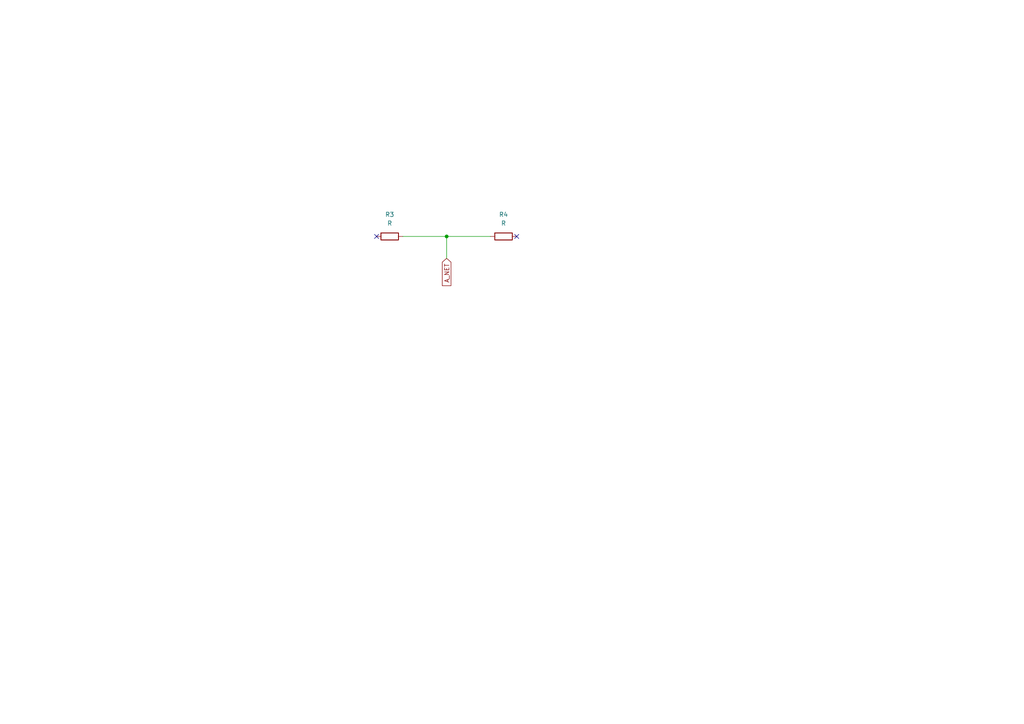
<source format=kicad_sch>
(kicad_sch (version 20240620) (generator "eeschema") (generator_version "8.99")
  (paper "A4")
  (lib_symbols
    (symbol "Device:R" (pin_numbers hide) (pin_names (offset 0))
      (property "Reference" "R" (at 2.032 0 90))
      (property "Value" "R" (at 0 0 90))
      (symbol "R_0_1"
        (rectangle (start -1.016 -2.54) (end 1.016 2.54) (stroke (width 0.254)))
      )
      (symbol "R_1_1"
        (pin passive line (at 0 3.81 270) (length 1.27) (name "~") (number "1"))
        (pin passive line (at 0 -3.81 90) (length 1.27) (name "~") (number "2"))
      )
    )
  )
  (junction (at 129.54 68.58))
  (no_connect (at 149.86 68.58))
  (no_connect (at 109.22 68.58))
  (wire (pts (xy 129.54 68.58) (xy 142.24 68.58)))
  (wire (pts (xy 129.54 68.58) (xy 129.54 74.93)))
  (wire (pts (xy 116.84 68.58) (xy 129.54 68.58)))
  (global_label "A_NET" (shape input) (at 129.54 74.93 270) (property "Intersheetrefs" "${INTERSHEET_REFS}" (effects (hide yes))))
  (symbol (lib_id "Device:R") (at 146.05 68.58 90) (unit 1)
    (property "Reference" "R4" (at 146.05 62.23 90))
    (property "Value" "R" (at 146.05 64.77 90))
    (property "Description" "Resistor" (effects (hide yes)))
  )
  (symbol (lib_id "Device:R") (at 113.03 68.58 90) (unit 1)
    (property "Reference" "R3" (at 113.03 62.23 90))
    (property "Value" "R" (at 113.03 64.77 90))
    (property "Description" "Resistor" (effects (hide yes)))
  )
)
</source>
